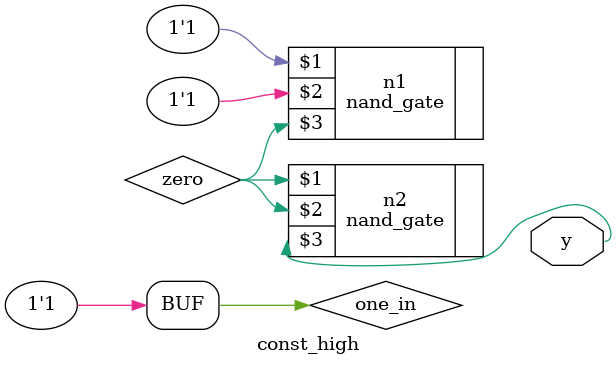
<source format=v>
`timescale 1ns / 1ps

module const_high (
  output wire y
);
  wire zero;
  wire one_in = 1'b1;

  nand_gate n1 (one_in, one_in, zero);
  nand_gate n2 (zero, zero, y);
endmodule

</source>
